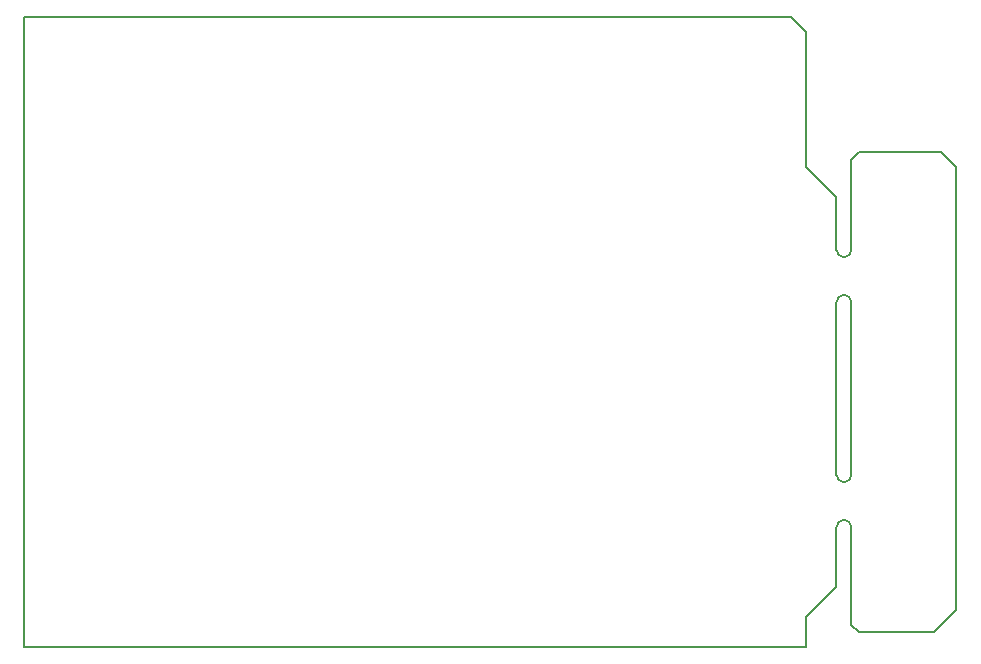
<source format=gbr>
G04 (created by PCBNEW (2014-01-10 BZR 4027)-stable) date Thursday, 14 August 2014 18:29:29*
%MOIN*%
G04 Gerber Fmt 3.4, Leading zero omitted, Abs format*
%FSLAX34Y34*%
G01*
G70*
G90*
G04 APERTURE LIST*
%ADD10C,0.00590551*%
G04 APERTURE END LIST*
G54D10*
X89992Y-78000D02*
X63925Y-78000D01*
X91250Y-72500D02*
G75*
G03X91500Y-72250I0J250D01*
G74*
G01*
X91000Y-72250D02*
G75*
G03X91250Y-72500I250J0D01*
G74*
G01*
X91000Y-72250D02*
X91000Y-66500D01*
X91500Y-66500D02*
X91500Y-72250D01*
X91500Y-66500D02*
G75*
G03X91250Y-66250I-250J0D01*
G74*
G01*
X91250Y-66250D02*
G75*
G03X91000Y-66500I0J-250D01*
G74*
G01*
X91750Y-77500D02*
X92000Y-77500D01*
X91500Y-77250D02*
X91750Y-77500D01*
X91500Y-74000D02*
X91500Y-77250D01*
X91000Y-76000D02*
X91000Y-74000D01*
X91500Y-61750D02*
X91750Y-61500D01*
X91500Y-64750D02*
X91500Y-61750D01*
X91000Y-63000D02*
X91000Y-64750D01*
X91250Y-65000D02*
G75*
G03X91500Y-64750I0J250D01*
G74*
G01*
X91000Y-64750D02*
G75*
G03X91250Y-65000I250J0D01*
G74*
G01*
X91500Y-74000D02*
G75*
G03X91250Y-73750I-250J0D01*
G74*
G01*
X91250Y-73750D02*
G75*
G03X91000Y-74000I0J-250D01*
G74*
G01*
X90000Y-77000D02*
X89992Y-78000D01*
X91000Y-76000D02*
X90000Y-77000D01*
X94250Y-77500D02*
X92000Y-77500D01*
X95000Y-76750D02*
X94250Y-77500D01*
X95000Y-62000D02*
X95000Y-76750D01*
X94500Y-61500D02*
X95000Y-62000D01*
X91750Y-61500D02*
X94500Y-61500D01*
X90000Y-62000D02*
X91000Y-63000D01*
X90000Y-57475D02*
X90000Y-62000D01*
X89500Y-56975D02*
X90000Y-57475D01*
X63925Y-56975D02*
X89500Y-56975D01*
X63925Y-78000D02*
X63925Y-56975D01*
M02*

</source>
